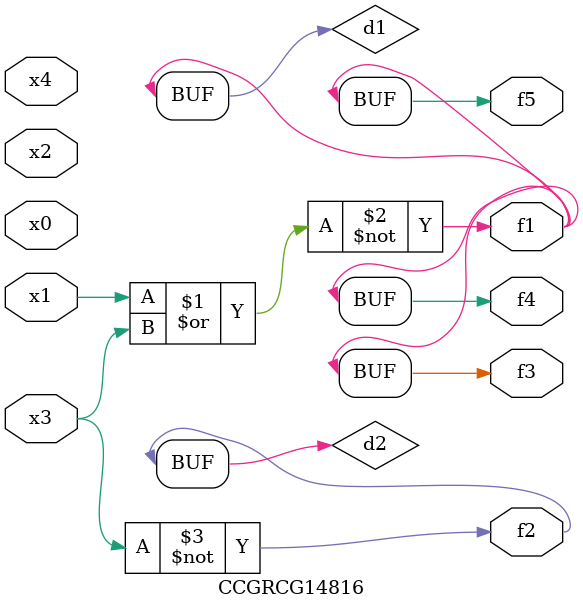
<source format=v>
module CCGRCG14816(
	input x0, x1, x2, x3, x4,
	output f1, f2, f3, f4, f5
);

	wire d1, d2;

	nor (d1, x1, x3);
	not (d2, x3);
	assign f1 = d1;
	assign f2 = d2;
	assign f3 = d1;
	assign f4 = d1;
	assign f5 = d1;
endmodule

</source>
